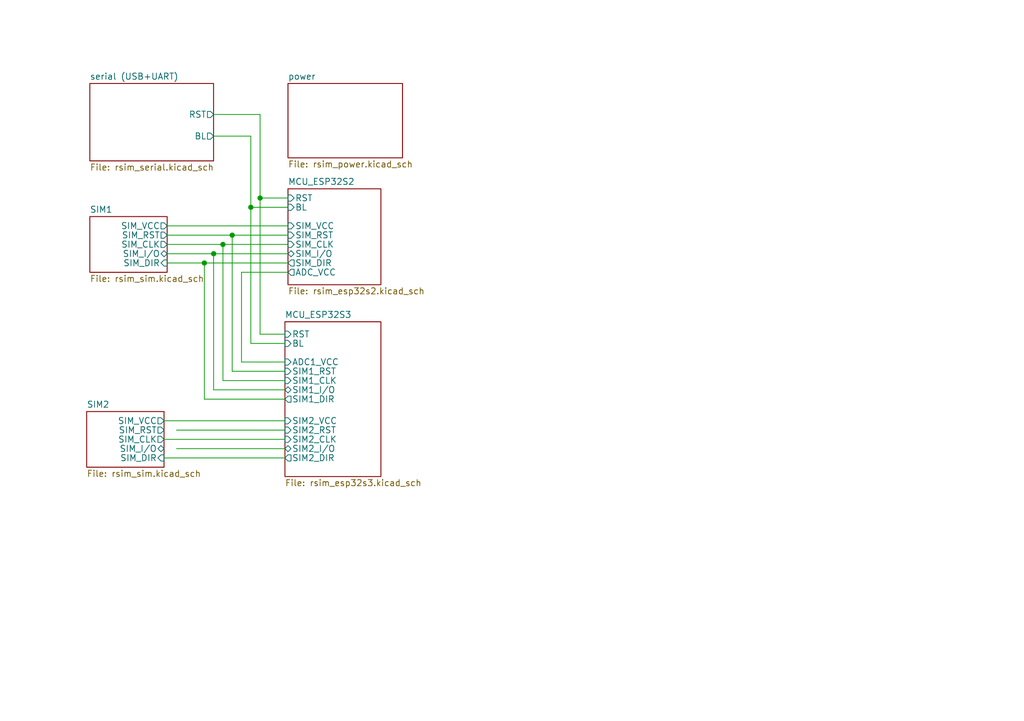
<source format=kicad_sch>
(kicad_sch (version 20230121) (generator eeschema)
  (paper "A5")
  (title_block (title "rSIM") (date "$date$") (rev "$version$.$revision$") (company "CuVoodoo") (comment 1 "King Kévin") (comment 2 "CERN-OHL-S") (comment 3 "overview"))
  (lib_symbols)
  (junction (at 41.91 53.975))
  (junction (at 51.435 42.545))
  (junction (at 47.625 48.26))
  (junction (at 53.34 40.64))
  (junction (at 45.72 50.165))
  (junction (at 43.815 52.07))
  (wire (pts (xy 43.815 23.495) (xy 53.34 23.495)))
  (wire (pts (xy 43.815 52.07) (xy 59.055 52.07)))
  (wire (pts (xy 33.655 90.17) (xy 58.42 90.17)))
  (wire (pts (xy 59.055 42.545) (xy 51.435 42.545)))
  (wire (pts (xy 51.435 27.94) (xy 43.815 27.94)))
  (wire (pts (xy 58.42 78.105) (xy 45.72 78.105)))
  (wire (pts (xy 43.815 80.01) (xy 43.815 52.07)))
  (wire (pts (xy 47.625 76.2) (xy 47.625 48.26)))
  (wire (pts (xy 58.42 81.915) (xy 41.91 81.915)))
  (wire (pts (xy 34.29 50.165) (xy 45.72 50.165)))
  (wire (pts (xy 34.29 48.26) (xy 47.625 48.26)))
  (wire (pts (xy 51.435 42.545) (xy 51.435 27.94)))
  (wire (pts (xy 33.655 93.98) (xy 58.42 93.98)))
  (wire (pts (xy 58.42 80.01) (xy 43.815 80.01)))
  (wire (pts (xy 53.34 40.64) (xy 53.34 68.58)))
  (wire (pts (xy 41.91 81.915) (xy 41.91 53.975)))
  (wire (pts (xy 51.435 70.485) (xy 58.42 70.485)))
  (wire (pts (xy 36.195 92.075) (xy 58.42 92.075)))
  (wire (pts (xy 34.29 46.355) (xy 59.055 46.355)))
  (wire (pts (xy 58.42 74.295) (xy 49.53 74.295)))
  (wire (pts (xy 49.53 55.88) (xy 59.055 55.88)))
  (wire (pts (xy 34.29 53.975) (xy 41.91 53.975)))
  (wire (pts (xy 58.42 76.2) (xy 47.625 76.2)))
  (wire (pts (xy 53.34 40.64) (xy 59.055 40.64)))
  (wire (pts (xy 53.34 68.58) (xy 58.42 68.58)))
  (wire (pts (xy 36.195 88.265) (xy 58.42 88.265)))
  (wire (pts (xy 47.625 48.26) (xy 59.055 48.26)))
  (wire (pts (xy 34.29 52.07) (xy 43.815 52.07)))
  (wire (pts (xy 45.72 78.105) (xy 45.72 50.165)))
  (wire (pts (xy 49.53 74.295) (xy 49.53 55.88)))
  (wire (pts (xy 33.655 86.36) (xy 58.42 86.36)))
  (wire (pts (xy 41.91 53.975) (xy 59.055 53.975)))
  (wire (pts (xy 45.72 50.165) (xy 59.055 50.165)))
  (wire (pts (xy 51.435 42.545) (xy 51.435 70.485)))
  (wire (pts (xy 53.34 23.495) (xy 53.34 40.64)))
  (sheet (at 18.415 44.45) (size 15.875 11.43) (stroke (width 0.1524))
    (property "Sheetname" "SIM1" (at 18.415 43.7384 0) (effects (justify left bottom)))
    (property "Sheetfile" "rsim_sim.kicad_sch" (at 18.415 56.4646 0) (effects (justify left top)))
    (pin "SIM_RST" output (at 34.29 48.26 0))
    (pin "SIM_CLK" output (at 34.29 50.165 0))
    (pin "SIM_VCC" output (at 34.29 46.355 0))
    (pin "SIM_DIR" input (at 34.29 53.975 0))
    (pin "SIM_I{slash}O" bidirectional (at 34.29 52.07 0))
  )
  (sheet (at 58.42 66.04) (size 19.685 31.75) (stroke (width 0.1524))
    (property "Sheetname" "MCU_ESP32S3" (at 58.42 65.3284 0) (effects (justify left bottom)))
    (property "Sheetfile" "rsim_esp32s3.kicad_sch" (at 58.42 98.3746 0) (effects (justify left top)))
    (pin "SIM2_CLK" input (at 58.42 90.17 180))
    (pin "SIM2_DIR" output (at 58.42 93.98 180))
    (pin "SIM2_I{slash}O" bidirectional (at 58.42 92.075 180))
    (pin "SIM2_RST" input (at 58.42 88.265 180))
    (pin "SIM1_CLK" input (at 58.42 78.105 180))
    (pin "SIM1_RST" input (at 58.42 76.2 180))
    (pin "SIM2_VCC" input (at 58.42 86.36 180))
    (pin "SIM1_I{slash}O" bidirectional (at 58.42 80.01 180))
    (pin "ADC1_VCC" input (at 58.42 74.295 180))
    (pin "BL" input (at 58.42 70.485 180))
    (pin "SIM1_DIR" output (at 58.42 81.915 180))
    (pin "RST" input (at 58.42 68.58 180))
  )
  (sheet (at 18.415 17.145) (size 25.4 15.875) (stroke (width 0.1524))
    (property "Sheetname" "serial (USB+UART)" (at 18.415 16.4334 0) (effects (justify left bottom)))
    (property "Sheetfile" "rsim_serial.kicad_sch" (at 18.415 33.6046 0) (effects (justify left top)))
    (pin "RST" output (at 43.815 23.495 0))
    (pin "BL" output (at 43.815 27.94 0))
  )
  (sheet (at 59.055 38.735) (size 19.05 19.685) (stroke (width 0.1524))
    (property "Sheetname" "MCU_ESP32S2" (at 59.055 38.0234 0) (effects (justify left bottom)))
    (property "Sheetfile" "rsim_esp32s2.kicad_sch" (at 59.055 59.0046 0) (effects (justify left top)))
    (pin "BL" input (at 59.055 42.545 180))
    (pin "SIM_I{slash}O" bidirectional (at 59.055 52.07 180))
    (pin "SIM_DIR" output (at 59.055 53.975 180))
    (pin "SIM_RST" input (at 59.055 48.26 180))
    (pin "SIM_CLK" input (at 59.055 50.165 180))
    (pin "SIM_VCC" input (at 59.055 46.355 180))
    (pin "RST" input (at 59.055 40.64 180))
    (pin "ADC_VCC" output (at 59.055 55.88 180))
  )
  (sheet (at 59.055 17.145) (size 23.495 15.24) (stroke (width 0.1524))
    (property "Sheetname" "power" (at 59.055 16.4334 0) (effects (justify left bottom)))
    (property "Sheetfile" "rsim_power.kicad_sch" (at 59.055 32.9696 0) (effects (justify left top)))
  )
  (sheet (at 17.78 84.455) (size 15.875 11.43) (stroke (width 0.1524))
    (property "Sheetname" "SIM2" (at 17.78 83.7434 0) (effects (justify left bottom)))
    (property "Sheetfile" "rsim_sim.kicad_sch" (at 17.78 96.4696 0) (effects (justify left top)))
    (pin "SIM_RST" output (at 33.655 88.265 0))
    (pin "SIM_CLK" output (at 33.655 90.17 0))
    (pin "SIM_VCC" output (at 33.655 86.36 0))
    (pin "SIM_I{slash}O" bidirectional (at 33.655 92.075 0))
    (pin "SIM_DIR" input (at 33.655 93.98 0))
  )
)
</source>
